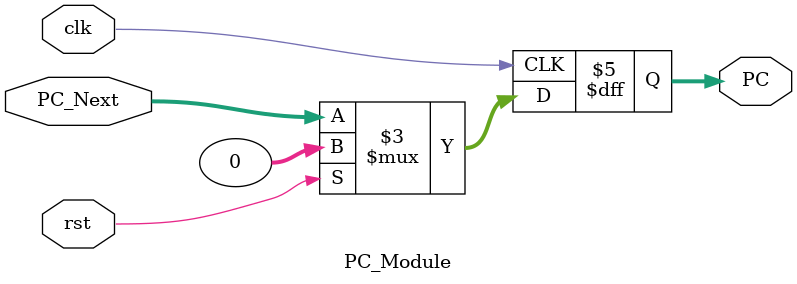
<source format=v>
module PC_Module(clk,rst,PC,PC_Next);
    input clk,rst;
    input [31:0]PC_Next;
    output [31:0]PC;
    reg [31:0]PC;

    always @(posedge clk)
    begin
        if(rst)
            PC <= {32{1'b0}};
        else
            PC <= PC_Next;
    end
endmodule
</source>
